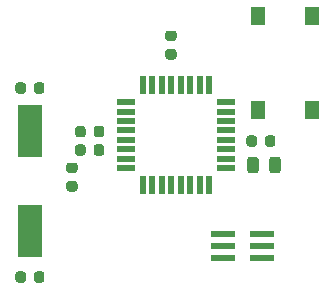
<source format=gbr>
%TF.GenerationSoftware,KiCad,Pcbnew,(5.99.0-2358-g6d8fb94d8)*%
%TF.CreationDate,2020-07-27T20:35:16+08:00*%
%TF.ProjectId,POWER_BOARD_v2b,504f5745-525f-4424-9f41-52445f763262,rev?*%
%TF.SameCoordinates,Original*%
%TF.FileFunction,Paste,Top*%
%TF.FilePolarity,Positive*%
%FSLAX46Y46*%
G04 Gerber Fmt 4.6, Leading zero omitted, Abs format (unit mm)*
G04 Created by KiCad (PCBNEW (5.99.0-2358-g6d8fb94d8)) date 2020-07-27 20:35:16*
%MOMM*%
%LPD*%
G01*
G04 APERTURE LIST*
%ADD10R,2.000000X0.500000*%
%ADD11R,2.000000X4.500000*%
%ADD12R,0.550000X1.600000*%
%ADD13R,1.600000X0.550000*%
%ADD14R,1.300000X1.550000*%
G04 APERTURE END LIST*
%TO.C,R2*%
G36*
G01*
X79555750Y-61272000D02*
X80068250Y-61272000D01*
G75*
G02*
X80287000Y-61490750I0J-218750D01*
G01*
X80287000Y-61928250D01*
G75*
G02*
X80068250Y-62147000I-218750J0D01*
G01*
X79555750Y-62147000D01*
G75*
G02*
X79337000Y-61928250I0J218750D01*
G01*
X79337000Y-61490750D01*
G75*
G02*
X79555750Y-61272000I218750J0D01*
G01*
G37*
G36*
G01*
X79555750Y-59697000D02*
X80068250Y-59697000D01*
G75*
G02*
X80287000Y-59915750I0J-218750D01*
G01*
X80287000Y-60353250D01*
G75*
G02*
X80068250Y-60572000I-218750J0D01*
G01*
X79555750Y-60572000D01*
G75*
G02*
X79337000Y-60353250I0J218750D01*
G01*
X79337000Y-59915750D01*
G75*
G02*
X79555750Y-59697000I218750J0D01*
G01*
G37*
%TD*%
%TO.C,R1*%
G36*
G01*
X71173750Y-72448000D02*
X71686250Y-72448000D01*
G75*
G02*
X71905000Y-72666750I0J-218750D01*
G01*
X71905000Y-73104250D01*
G75*
G02*
X71686250Y-73323000I-218750J0D01*
G01*
X71173750Y-73323000D01*
G75*
G02*
X70955000Y-73104250I0J218750D01*
G01*
X70955000Y-72666750D01*
G75*
G02*
X71173750Y-72448000I218750J0D01*
G01*
G37*
G36*
G01*
X71173750Y-70873000D02*
X71686250Y-70873000D01*
G75*
G02*
X71905000Y-71091750I0J-218750D01*
G01*
X71905000Y-71529250D01*
G75*
G02*
X71686250Y-71748000I-218750J0D01*
G01*
X71173750Y-71748000D01*
G75*
G02*
X70955000Y-71529250I0J218750D01*
G01*
X70955000Y-71091750D01*
G75*
G02*
X71173750Y-70873000I218750J0D01*
G01*
G37*
%TD*%
D10*
%TO.C,J13*%
X84258000Y-76940000D03*
X87558000Y-76940000D03*
X84258000Y-77940000D03*
X87558000Y-77940000D03*
X84258000Y-78940000D03*
X87558000Y-78940000D03*
%TD*%
D11*
%TO.C,Y1*%
X67874000Y-76691250D03*
X67874000Y-68191250D03*
%TD*%
D12*
%TO.C,U1*%
X77450000Y-64300000D03*
X78250000Y-64300000D03*
X79050000Y-64300000D03*
X79850000Y-64300000D03*
X80650000Y-64300000D03*
X81450000Y-64300000D03*
X82250000Y-64300000D03*
X83050000Y-64300000D03*
D13*
X84500000Y-65750000D03*
X84500000Y-66550000D03*
X84500000Y-67350000D03*
X84500000Y-68150000D03*
X84500000Y-68950000D03*
X84500000Y-69750000D03*
X84500000Y-70550000D03*
X84500000Y-71350000D03*
D12*
X83050000Y-72800000D03*
X82250000Y-72800000D03*
X81450000Y-72800000D03*
X80650000Y-72800000D03*
X79850000Y-72800000D03*
X79050000Y-72800000D03*
X78250000Y-72800000D03*
X77450000Y-72800000D03*
D13*
X76000000Y-71350000D03*
X76000000Y-70550000D03*
X76000000Y-69750000D03*
X76000000Y-68950000D03*
X76000000Y-68150000D03*
X76000000Y-67350000D03*
X76000000Y-66550000D03*
X76000000Y-65750000D03*
%TD*%
D14*
%TO.C,SW1*%
X87214000Y-66426000D03*
X91714000Y-66426000D03*
X91714000Y-58466000D03*
X87214000Y-58466000D03*
%TD*%
%TO.C,C6*%
G36*
G01*
X87782000Y-69306250D02*
X87782000Y-68793750D01*
G75*
G02*
X88000750Y-68575000I218750J0D01*
G01*
X88438250Y-68575000D01*
G75*
G02*
X88657000Y-68793750I0J-218750D01*
G01*
X88657000Y-69306250D01*
G75*
G02*
X88438250Y-69525000I-218750J0D01*
G01*
X88000750Y-69525000D01*
G75*
G02*
X87782000Y-69306250I0J218750D01*
G01*
G37*
G36*
G01*
X86207000Y-69306250D02*
X86207000Y-68793750D01*
G75*
G02*
X86425750Y-68575000I218750J0D01*
G01*
X86863250Y-68575000D01*
G75*
G02*
X87082000Y-68793750I0J-218750D01*
G01*
X87082000Y-69306250D01*
G75*
G02*
X86863250Y-69525000I-218750J0D01*
G01*
X86425750Y-69525000D01*
G75*
G02*
X86207000Y-69306250I0J218750D01*
G01*
G37*
%TD*%
%TO.C,C5*%
G36*
G01*
X73278500Y-68506250D02*
X73278500Y-67993750D01*
G75*
G02*
X73497250Y-67775000I218750J0D01*
G01*
X73934750Y-67775000D01*
G75*
G02*
X74153500Y-67993750I0J-218750D01*
G01*
X74153500Y-68506250D01*
G75*
G02*
X73934750Y-68725000I-218750J0D01*
G01*
X73497250Y-68725000D01*
G75*
G02*
X73278500Y-68506250I0J218750D01*
G01*
G37*
G36*
G01*
X71703500Y-68506250D02*
X71703500Y-67993750D01*
G75*
G02*
X71922250Y-67775000I218750J0D01*
G01*
X72359750Y-67775000D01*
G75*
G02*
X72578500Y-67993750I0J-218750D01*
G01*
X72578500Y-68506250D01*
G75*
G02*
X72359750Y-68725000I-218750J0D01*
G01*
X71922250Y-68725000D01*
G75*
G02*
X71703500Y-68506250I0J218750D01*
G01*
G37*
%TD*%
%TO.C,C4*%
G36*
G01*
X68224000Y-80825500D02*
X68224000Y-80313000D01*
G75*
G02*
X68442750Y-80094250I218750J0D01*
G01*
X68880250Y-80094250D01*
G75*
G02*
X69099000Y-80313000I0J-218750D01*
G01*
X69099000Y-80825500D01*
G75*
G02*
X68880250Y-81044250I-218750J0D01*
G01*
X68442750Y-81044250D01*
G75*
G02*
X68224000Y-80825500I0J218750D01*
G01*
G37*
G36*
G01*
X66649000Y-80825500D02*
X66649000Y-80313000D01*
G75*
G02*
X66867750Y-80094250I218750J0D01*
G01*
X67305250Y-80094250D01*
G75*
G02*
X67524000Y-80313000I0J-218750D01*
G01*
X67524000Y-80825500D01*
G75*
G02*
X67305250Y-81044250I-218750J0D01*
G01*
X66867750Y-81044250D01*
G75*
G02*
X66649000Y-80825500I0J218750D01*
G01*
G37*
%TD*%
%TO.C,C3*%
G36*
G01*
X73278500Y-70068250D02*
X73278500Y-69555750D01*
G75*
G02*
X73497250Y-69337000I218750J0D01*
G01*
X73934750Y-69337000D01*
G75*
G02*
X74153500Y-69555750I0J-218750D01*
G01*
X74153500Y-70068250D01*
G75*
G02*
X73934750Y-70287000I-218750J0D01*
G01*
X73497250Y-70287000D01*
G75*
G02*
X73278500Y-70068250I0J218750D01*
G01*
G37*
G36*
G01*
X71703500Y-70068250D02*
X71703500Y-69555750D01*
G75*
G02*
X71922250Y-69337000I218750J0D01*
G01*
X72359750Y-69337000D01*
G75*
G02*
X72578500Y-69555750I0J-218750D01*
G01*
X72578500Y-70068250D01*
G75*
G02*
X72359750Y-70287000I-218750J0D01*
G01*
X71922250Y-70287000D01*
G75*
G02*
X71703500Y-70068250I0J218750D01*
G01*
G37*
%TD*%
%TO.C,C2*%
G36*
G01*
X68224000Y-64823500D02*
X68224000Y-64311000D01*
G75*
G02*
X68442750Y-64092250I218750J0D01*
G01*
X68880250Y-64092250D01*
G75*
G02*
X69099000Y-64311000I0J-218750D01*
G01*
X69099000Y-64823500D01*
G75*
G02*
X68880250Y-65042250I-218750J0D01*
G01*
X68442750Y-65042250D01*
G75*
G02*
X68224000Y-64823500I0J218750D01*
G01*
G37*
G36*
G01*
X66649000Y-64823500D02*
X66649000Y-64311000D01*
G75*
G02*
X66867750Y-64092250I218750J0D01*
G01*
X67305250Y-64092250D01*
G75*
G02*
X67524000Y-64311000I0J-218750D01*
G01*
X67524000Y-64823500D01*
G75*
G02*
X67305250Y-65042250I-218750J0D01*
G01*
X66867750Y-65042250D01*
G75*
G02*
X66649000Y-64823500I0J218750D01*
G01*
G37*
%TD*%
%TO.C,C1*%
G36*
G01*
X87236000Y-70625750D02*
X87236000Y-71538250D01*
G75*
G02*
X86992250Y-71782000I-243750J0D01*
G01*
X86504750Y-71782000D01*
G75*
G02*
X86261000Y-71538250I0J243750D01*
G01*
X86261000Y-70625750D01*
G75*
G02*
X86504750Y-70382000I243750J0D01*
G01*
X86992250Y-70382000D01*
G75*
G02*
X87236000Y-70625750I0J-243750D01*
G01*
G37*
G36*
G01*
X89111000Y-70625750D02*
X89111000Y-71538250D01*
G75*
G02*
X88867250Y-71782000I-243750J0D01*
G01*
X88379750Y-71782000D01*
G75*
G02*
X88136000Y-71538250I0J243750D01*
G01*
X88136000Y-70625750D01*
G75*
G02*
X88379750Y-70382000I243750J0D01*
G01*
X88867250Y-70382000D01*
G75*
G02*
X89111000Y-70625750I0J-243750D01*
G01*
G37*
%TD*%
M02*

</source>
